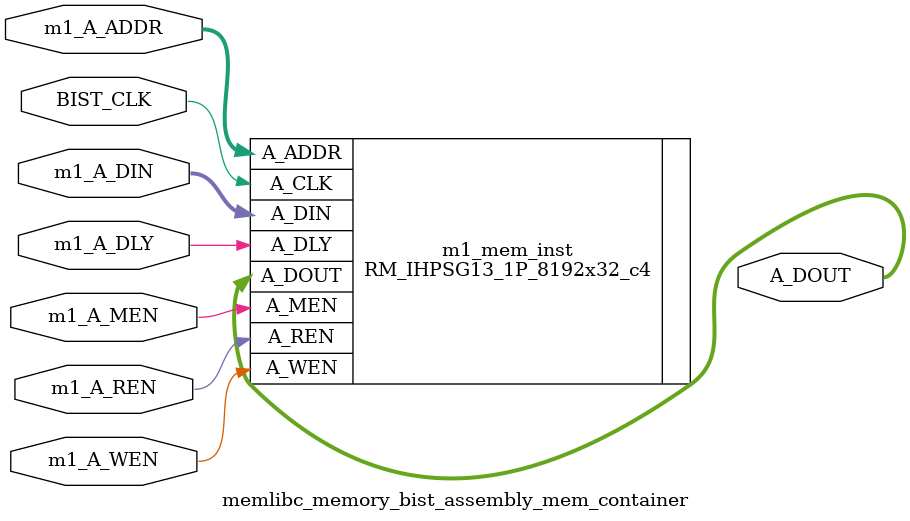
<source format=v>
/* Generated by Tessent Shell 2022.3 at Sat Nov 15 20:33:09 EST 2025 */
module memlibc_memory_bist_assembly(BIST_CLK, m1_A_DLY, m1_A_DIN, m1_A_ADDR, m1_A_MEN, 
                                    m1_A_WEN, m1_A_REN, m1_A_DOUT);
  input  [31:0] m1_A_DIN;
  input  [12:0] m1_A_ADDR;
  input  BIST_CLK, m1_A_DLY, m1_A_MEN, m1_A_WEN, m1_A_REN;
  output [31:0] m1_A_DOUT;

  memlibc_memory_bist_assembly_mem_container mem_container_inst(
      .BIST_CLK(BIST_CLK), .m1_A_DLY(m1_A_DLY), .m1_A_DIN(m1_A_DIN), .m1_A_ADDR(m1_A_ADDR), 
      .m1_A_MEN(m1_A_MEN), .m1_A_WEN(m1_A_WEN), .m1_A_REN(m1_A_REN), .A_DOUT(m1_A_DOUT)
  );
endmodule

module memlibc_memory_bist_assembly_mem_container(BIST_CLK, m1_A_DLY, m1_A_DIN, 
                                                  m1_A_ADDR, m1_A_MEN, m1_A_WEN, 
                                                  m1_A_REN, A_DOUT);
  input  [31:0] m1_A_DIN;
  input  [12:0] m1_A_ADDR;
  input  BIST_CLK, m1_A_DLY, m1_A_MEN, m1_A_WEN, m1_A_REN;
  output [31:0] A_DOUT;

  RM_IHPSG13_1P_8192x32_c4 m1_mem_inst(
      .A_CLK(BIST_CLK), .A_MEN(m1_A_MEN), .A_WEN(m1_A_WEN), .A_REN(m1_A_REN), .A_ADDR(m1_A_ADDR), 
      .A_DIN(m1_A_DIN), .A_DLY(m1_A_DLY), .A_DOUT(A_DOUT)
  );
endmodule


</source>
